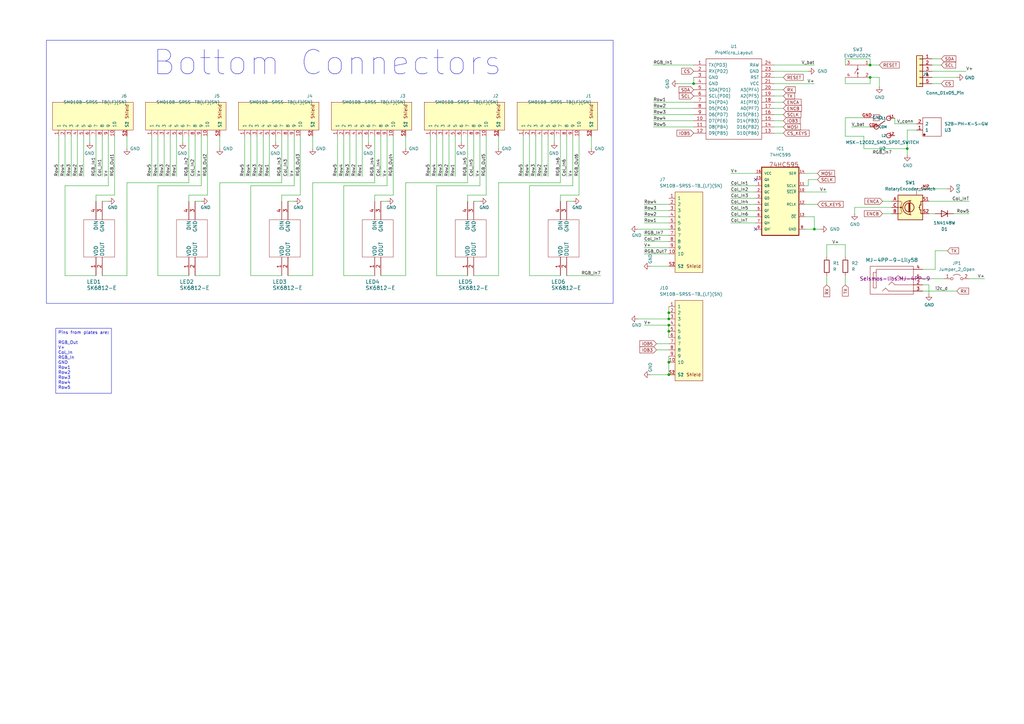
<source format=kicad_sch>
(kicad_sch (version 20231120) (generator "eeschema") (generator_version "8.0")
  (paper "A3")
  (lib_symbols
    (symbol "Diode:1N4148W" (pin_numbers hide) (pin_names hide)
      (property "Reference" "D" (at 0 2.54 0))
      (property "Value" "1N4148W" (at 0 -2.54 0))
      (symbol "1N4148W_0_1"
        (polyline (pts (xy -1.27 1.27) (xy -1.27 -1.27)) (stroke (width 0.254)))
        (polyline (pts (xy 1.27 0) (xy -1.27 0)))
        (polyline (pts (xy 1.27 1.27) (xy 1.27 -1.27) (xy -1.27 0) (xy 1.27 1.27)) (stroke (width 0.254)))
      )
      (symbol "1N4148W_1_1"
        (pin passive line (at -3.81 0 0) (length 2.54) (name "K") (number "1"))
        (pin passive line (at 3.81 0 180) (length 2.54) (name "A") (number "2"))
      )
    )
    (symbol "Seismos-sym:74HC595" (pin_names (offset 1.016))
      (property "Reference" "IC" (at -7.6325 -17.8092 0))
      (property "Value" "74HC595" (at 0 0 0))
      (symbol "74HC595_0_0"
        (rectangle (start -7.62 -15.24) (end 7.62 12.7) (stroke (width 0.381)) (fill (type background)))
        (text "74HC595" (at -7.6285 12.7142 0) (effects (font (size 1.78 1.78)) (justify left bottom)))
        (pin tri_state line (at 10.16 5.08 180) (length 2.54) (name "QB") (number "1"))
        (pin input line (at -10.16 2.54 0) (length 2.54) (name "~{SCLR}") (number "10"))
        (pin input line (at -10.16 5.08 0) (length 2.54) (name "SCLK") (number "11"))
        (pin input line (at -10.16 -2.54 0) (length 2.54) (name "RCLK") (number "12"))
        (pin input line (at -10.16 -7.62 0) (length 2.54) (name "~{OE}") (number "13"))
        (pin input line (at -10.16 10.16 0) (length 2.54) (name "SER") (number "14"))
        (pin tri_state line (at 10.16 7.62 180) (length 2.54) (name "QA") (number "15"))
        (pin power_in line (at 10.16 10.16 180) (length 2.54) (name "VCC") (number "16"))
        (pin tri_state line (at 10.16 2.54 180) (length 2.54) (name "QC") (number "2"))
        (pin tri_state line (at 10.16 0 180) (length 2.54) (name "QD") (number "3"))
        (pin tri_state line (at 10.16 -2.54 180) (length 2.54) (name "QE") (number "4"))
        (pin tri_state line (at 10.16 -5.08 180) (length 2.54) (name "QF") (number "5"))
        (pin tri_state line (at 10.16 -7.62 180) (length 2.54) (name "QG") (number "6"))
        (pin tri_state line (at 10.16 -10.16 180) (length 2.54) (name "QH") (number "7"))
        (pin power_in line (at -10.16 -12.7 0) (length 2.54) (name "GND") (number "8"))
        (pin tri_state line (at 10.16 -12.7 180) (length 2.54) (name "QH'") (number "9"))
      )
    )
    (symbol "Seismos-sym:Conn_01x05" (pin_names (offset 1.016) hide)
      (property "Reference" "J" (at 0 7.62 0))
      (property "Value" "Conn_01x05" (at 0 -7.62 0))
      (symbol "Conn_01x05_1_1"
        (rectangle (start -1.27 -4.953) (end 0 -5.207) (stroke (width 0.1524)))
        (rectangle (start -1.27 -2.413) (end 0 -2.667) (stroke (width 0.1524)))
        (rectangle (start -1.27 0.127) (end 0 -0.127) (stroke (width 0.1524)))
        (rectangle (start -1.27 2.667) (end 0 2.413) (stroke (width 0.1524)))
        (rectangle (start -1.27 5.207) (end 0 4.953) (stroke (width 0.1524)))
        (rectangle (start -1.27 6.35) (end 1.27 -6.35) (stroke (width 0.254)) (fill (type background)))
        (pin passive line (at -5.08 5.08 0) (length 3.81) (name "Pin_1") (number "1"))
        (pin passive line (at -5.08 2.54 0) (length 3.81) (name "Pin_2") (number "2"))
        (pin passive line (at -5.08 0 0) (length 3.81) (name "Pin_3") (number "3"))
        (pin passive line (at -5.08 -2.54 0) (length 3.81) (name "Pin_4") (number "4"))
        (pin passive line (at -5.08 -5.08 0) (length 3.81) (name "Pin_5") (number "5"))
      )
    )
    (symbol "Seismos-sym:EVQPUC02K" (pin_names (offset 1.016) hide)
      (property "Reference" "SW" (at 0 7.747 0))
      (property "Value" "EVQPUC02K" (at 0 12.827 0))
      (symbol "EVQPUC02K_1_1"
        (circle (center 0 -0.762) (radius 0.254) (stroke (width 0.1524)))
        (polyline (pts (xy -2.54 -2.54) (xy 2.54 -2.54)) (stroke (width 0.1524)))
        (polyline (pts (xy -2.54 2.54) (xy 2.54 2.54)) (stroke (width 0.1524)))
        (polyline (pts (xy -1.27 -1.016) (xy -0.254 0.762)) (stroke (width 0.1524)))
        (polyline (pts (xy 0 -2.54) (xy 0 -1.524)) (stroke (width 0.1524)))
        (polyline (pts (xy 0 -1.524) (xy 0 -0.762)) (stroke (width 0.1524)))
        (polyline (pts (xy 0 2.54) (xy 0 0.762)) (stroke (width 0.1524)))
        (circle (center 0 0.762) (radius 0.254) (stroke (width 0.1524)))
        (pin input line (at 5.08 2.54 180) (length 2.54) (name "1") (number "1"))
        (pin input line (at 5.08 -2.54 180) (length 2.54) (name "2") (number "2"))
        (pin input line (at -5.08 2.54 0) (length 2.54) (name "3") (number "3"))
        (pin input line (at -5.08 -2.54 0) (length 2.54) (name "4") (number "4"))
      )
    )
    (symbol "Seismos-sym:Jumper_2_Open" (pin_names (offset 0) hide)
      (property "Reference" "JP1" (at 0 6.35 0))
      (property "Value" "Jumper_2_Open" (at 0 3.81 0))
      (symbol "Jumper_2_Open_0_0"
        (circle (center -2.032 0) (radius 0.508))
        (circle (center 2.032 0) (radius 0.508))
      )
      (symbol "Jumper_2_Open_0_1"
        (arc (start 1.524 1.27) (mid 0 1.778) (end -1.524 1.27))
      )
      (symbol "Jumper_2_Open_1_1"
        (pin passive line (at -5.08 0 0) (length 2.54) (name "A") (number "1"))
        (pin passive line (at 5.08 0 180) (length 2.54) (name "B") (number "2"))
      )
    )
    (symbol "Seismos-sym:MJ-4PP-9-Lily58" (pin_names (offset 1.016))
      (property "Reference" "J" (at -8.89 -7.62 0))
      (property "Value" "MJ-4PP-9-Lily58" (at -3.81 6.35 0))
      (property "Footprint" "Seismos-libs:MJ-4PP-9" (at 0 0 0))
      (symbol "MJ-4PP-9-Lily58_0_1"
        (rectangle (start -7.62 2.54) (end -8.89 -3.81))
        (polyline (pts (xy 2.54 0) (xy 7.62 0)))
        (polyline (pts (xy -2.54 -5.08) (xy 7.62 -5.08) (xy 7.62 -5.08)))
        (polyline (pts (xy 0 -2.54) (xy -1.27 -1.27) (xy -2.54 -2.54)))
        (polyline (pts (xy 0 0) (xy 1.27 1.27) (xy 2.54 0)))
        (polyline (pts (xy 7.62 3.81) (xy -7.62 3.81) (xy -7.62 2.54)))
        (polyline (pts (xy -2.54 -5.08) (xy -3.81 -3.81) (xy -5.08 -5.08) (xy -5.08 -5.08)))
        (polyline (pts (xy 0 -2.54) (xy 7.62 -2.54) (xy 7.62 -2.54) (xy 7.62 -2.54)))
        (rectangle (start 7.62 -6.35) (end -10.16 5.08))
      )
      (symbol "MJ-4PP-9-Lily58_1_1"
        (pin passive line (at 11.43 0 180) (length 3.81) (name "~") (number "1"))
        (pin passive line (at 11.43 -2.54 180) (length 3.81) (name "~") (number "2"))
        (pin passive line (at 11.43 -5.08 180) (length 3.81) (name "~") (number "3"))
        (pin passive line (at 11.43 3.81 180) (length 3.81) (name "~") (number "4"))
      )
    )
    (symbol "Seismos-sym:MSK-12C02_SMD_SPDT_SWITCH" (pin_names (offset 1.016))
      (property "Reference" "U" (at -5.08 7.62 0))
      (property "Value" "MSK-12C02_SMD_SPDT_SWITCH" (at -5.08 -7.62 0))
      (symbol "MSK-12C02_SMD_SPDT_SWITCH_0_0"
        (circle (center -5.08 0) (radius 0.9158) (stroke (width 0.254)))
        (circle (center 0 -3.556) (radius 0.9158) (stroke (width 0.254)))
        (polyline (pts (xy -5.08 0) (xy -1.524 -2.54)) (stroke (width 0.254)))
        (circle (center 0 3.556) (radius 0.9158) (stroke (width 0.254)))
        (pin bidirectional line (at -7.62 0 0) (length 2.54) (name "COM") (number "COM"))
        (pin bidirectional line (at 2.54 -3.556 180) (length 2.54) (name "L1") (number "L1"))
        (pin bidirectional line (at 2.54 3.556 180) (length 2.54) (name "L2") (number "L2"))
      )
      (symbol "MSK-12C02_SMD_SPDT_SWITCH_0_1"
        (rectangle (start -6.35 -2.54) (end -3.81 -5.08))
        (polyline (pts (xy -7.62 -3.81) (xy -6.35 -3.81)))
      )
      (symbol "MSK-12C02_SMD_SPDT_SWITCH_1_1"
        (pin bidirectional line (at -10.16 -3.81 0) (length 2.54) (name "GND") (number "GND"))
      )
    )
    (symbol "Seismos-sym:ProMicro_2-Lily58" (pin_names (offset 1.016))
      (property "Reference" "U" (at 0 17.78 0))
      (property "Value" "ProMicro_2-Lily58" (at 0 -17.78 0))
      (symbol "ProMicro_2-Lily58_0_1"
        (rectangle (start -11.43 16.51) (end 11.43 -16.51))
      )
      (symbol "ProMicro_2-Lily58_1_1"
        (pin bidirectional line (at -16.51 13.97 0) (length 5.08) (name "TX(PD3)") (number "1"))
        (pin input line (at -16.51 -8.89 0) (length 5.08) (name "D7(PE6)") (number "10"))
        (pin input line (at -16.51 -11.43 0) (length 5.08) (name "D8(PB4)") (number "11"))
        (pin input line (at -16.51 -13.97 0) (length 5.08) (name "D9(PB5)") (number "12"))
        (pin input line (at 16.51 -13.97 180) (length 5.08) (name "D10(PB6)") (number "13"))
        (pin input line (at 16.51 -11.43 180) (length 5.08) (name "D16(PB2)") (number "14"))
        (pin input line (at 16.51 -8.89 180) (length 5.08) (name "D14(PB3)") (number "15"))
        (pin input line (at 16.51 -6.35 180) (length 5.08) (name "D15(PB1)") (number "16"))
        (pin input line (at 16.51 -3.81 180) (length 5.08) (name "A0(PF7)") (number "17"))
        (pin input line (at 16.51 -1.27 180) (length 5.08) (name "A1(PF6)") (number "18"))
        (pin input line (at 16.51 1.27 180) (length 5.08) (name "A2(PF5)") (number "19"))
        (pin input line (at -16.51 11.43 0) (length 5.08) (name "RX(PD2)") (number "2"))
        (pin input line (at 16.51 3.81 180) (length 5.08) (name "A3(PF4)") (number "20"))
        (pin input line (at 16.51 6.35 180) (length 5.08) (name "VCC") (number "21"))
        (pin input line (at 16.51 8.89 180) (length 5.08) (name "RST") (number "22"))
        (pin input line (at 16.51 11.43 180) (length 5.08) (name "GND") (number "23"))
        (pin input line (at 16.51 13.97 180) (length 5.08) (name "RAW") (number "24"))
        (pin input line (at -16.51 8.89 0) (length 5.08) (name "GND") (number "3"))
        (pin input line (at -16.51 6.35 0) (length 5.08) (name "GND") (number "4"))
        (pin input line (at -16.51 3.81 0) (length 5.08) (name "SDA(PD1)") (number "5"))
        (pin input line (at -16.51 1.27 0) (length 5.08) (name "SCL(PD0)") (number "6"))
        (pin input line (at -16.51 -1.27 0) (length 5.08) (name "D4(PD4)") (number "7"))
        (pin input line (at -16.51 -3.81 0) (length 5.08) (name "D5(PC6)") (number "8"))
        (pin input line (at -16.51 -6.35 0) (length 5.08) (name "D6(PD7)") (number "9"))
      )
    )
    (symbol "Seismos-sym:Resistor" (pin_numbers hide) (pin_names (offset 0))
      (property "Reference" "R" (at 2.032 0 90))
      (property "Value" "Resistor" (at 0 0 90))
      (symbol "Resistor_0_1"
        (rectangle (start -1.016 -2.54) (end 1.016 2.54) (stroke (width 0.254)))
      )
      (symbol "Resistor_1_1"
        (pin passive line (at 0 3.81 270) (length 1.27) (name "~") (number "1"))
        (pin passive line (at 0 -3.81 90) (length 1.27) (name "~") (number "2"))
      )
    )
    (symbol "Seismos-sym:RotaryEncoder_Switch" (pin_names (offset 0.254) hide)
      (property "Reference" "SW" (at 0 6.604 0))
      (property "Value" "RotaryEncoder_Switch" (at 0 -6.604 0))
      (symbol "RotaryEncoder_Switch_0_1"
        (rectangle (start -5.08 5.08) (end 5.08 -5.08) (stroke (width 0.254)) (fill (type background)))
        (circle (center -3.81 0) (radius 0.254) (fill (type outline)))
        (circle (center -0.381 0) (radius 1.905) (stroke (width 0.254)))
        (arc (start -0.381 2.667) (mid -3.0988 -0.0635) (end -0.381 -2.794) (stroke (width 0.254)))
        (polyline (pts (xy -0.635 -1.778) (xy -0.635 1.778)) (stroke (width 0.254)))
        (polyline (pts (xy -0.381 -1.778) (xy -0.381 1.778)) (stroke (width 0.254)))
        (polyline (pts (xy -0.127 1.778) (xy -0.127 -1.778)) (stroke (width 0.254)))
        (polyline (pts (xy 3.81 0) (xy 3.429 0)) (stroke (width 0.254)))
        (polyline (pts (xy 3.81 1.016) (xy 3.81 -1.016)) (stroke (width 0.254)))
        (polyline (pts (xy -5.08 -2.54) (xy -3.81 -2.54) (xy -3.81 -2.032)))
        (polyline (pts (xy -5.08 2.54) (xy -3.81 2.54) (xy -3.81 2.032)))
        (polyline (pts (xy 0.254 -3.048) (xy -0.508 -2.794) (xy 0.127 -2.413)) (stroke (width 0.254)))
        (polyline (pts (xy 0.254 2.921) (xy -0.508 2.667) (xy 0.127 2.286)) (stroke (width 0.254)))
        (polyline (pts (xy 5.08 -2.54) (xy 4.318 -2.54) (xy 4.318 -1.016)) (stroke (width 0.254)))
        (polyline (pts (xy 5.08 2.54) (xy 4.318 2.54) (xy 4.318 1.016)) (stroke (width 0.254)))
        (polyline (pts (xy 5.08 7.62) (xy 2.54 7.62) (xy 2.54 5.08)))
        (polyline (pts (xy -5.08 0) (xy -3.81 0) (xy -3.81 -1.016) (xy -3.302 -2.032)))
        (polyline (pts (xy -4.318 0) (xy -3.81 0) (xy -3.81 1.016) (xy -3.302 2.032)))
        (circle (center 4.318 -1.016) (radius 0.127) (stroke (width 0.254)))
        (circle (center 4.318 1.016) (radius 0.127) (stroke (width 0.254)))
      )
      (symbol "RotaryEncoder_Switch_1_1"
        (pin passive line (at -7.62 2.54 0) (length 2.54) (name "A") (number "A"))
        (pin passive line (at -7.62 -2.54 0) (length 2.54) (name "B") (number "B"))
        (pin passive line (at -7.62 0 0) (length 2.54) (name "C") (number "C"))
        (pin passive line (at 7.62 7.62 180) (length 2.54) (name "MP") (number "MP"))
        (pin passive line (at 7.62 2.54 180) (length 2.54) (name "S1") (number "S1"))
        (pin passive line (at 7.62 -2.54 180) (length 2.54) (name "S2") (number "S2"))
      )
    )
    (symbol "Seismos-sym:S2B-PH-K-S-GW" (pin_names (offset 1.016))
      (property "Reference" "U" (at 0 6.35 0))
      (property "Value" "S2B-PH-K-S-GW" (at 0 11.43 0))
      (symbol "S2B-PH-K-S-GW_1_1"
        (rectangle (start -2.54 3.81) (end 5.08 -3.81) (stroke (width 0.1524)))
        (circle (center -1.905 3.175) (radius 0.381) (stroke (width 0.1524)) (fill (type outline)))
        (pin input line (at -5.08 1.27 0) (length 2.54) (name "1") (number "1"))
        (pin input line (at -5.08 -1.27 0) (length 2.54) (name "2") (number "2"))
      )
    )
    (symbol "Seismos-sym:SK6812-E" (pin_names (offset 0.254))
      (property "Reference" "LED" (at 15.24 -10.16 0))
      (property "Value" "SK6812-E" (at 15.24 -12.7 0))
      (symbol "SK6812-E_1_1"
        (polyline (pts (xy 7.62 -7.62) (xy 22.86 -7.62)) (stroke (width 0.127)))
        (polyline (pts (xy 7.62 5.08) (xy 7.62 -7.62)) (stroke (width 0.127)))
        (polyline (pts (xy 22.86 -7.62) (xy 22.86 5.08)) (stroke (width 0.127)))
        (polyline (pts (xy 22.86 5.08) (xy 7.62 5.08)) (stroke (width 0.127)))
        (pin power_in line (at 0 0 0) (length 7.62) (name "VDD") (number "1"))
        (pin output line (at 0 -2.54 0) (length 7.62) (name "DOUT") (number "2"))
        (pin power_out line (at 30.48 -2.54 180) (length 7.62) (name "GND") (number "3"))
        (pin input line (at 30.48 0 180) (length 7.62) (name "DIN") (number "4"))
      )
    )
    (symbol "Seismos-sym:SM10B-SRSS-TB_(LF)(SN)" (pin_names (offset 1.016))
      (property "Reference" "CN" (at -9.4742 3.81 90))
      (property "Value" "SM10B-SRSS-TB_(LF)(SN)" (at 1.27 20.32 0))
      (symbol "SM10B-SRSS-TB_(LF)(SN)_1_1"
        (rectangle (start -3.81 17.78) (end 7.62 -15.24) (stroke (width 0.1524)) (fill (type background)))
        (text "Shield" (at 3.81 -12.7 0) (effects (font (size 1.27 1.27))))
        (pin input line (at -6.35 15.24 0) (length 2.54) (name "1") (number "1"))
        (pin input line (at -6.35 -7.62 0) (length 2.54) (name "10") (number "10"))
        (pin input line (at -6.35 12.7 0) (length 2.54) (name "2") (number "2"))
        (pin input line (at -6.35 10.16 0) (length 2.54) (name "3") (number "3"))
        (pin input line (at -6.35 7.62 0) (length 2.54) (name "4") (number "4"))
        (pin input line (at -6.35 5.08 0) (length 2.54) (name "5") (number "5"))
        (pin input line (at -6.35 2.54 0) (length 2.54) (name "6") (number "6"))
        (pin input line (at -6.35 0 0) (length 2.54) (name "7") (number "7"))
        (pin input line (at -6.35 -2.54 0) (length 2.54) (name "8") (number "8"))
        (pin input line (at -6.35 -5.08 0) (length 2.54) (name "9") (number "9"))
        (pin input line (at -6.35 -12.7 0) (length 2.54) (name "S1") (number "S1"))
        (pin input line (at -6.35 -12.7 0) (length 2.54) (name "S2") (number "S2"))
      )
    )
    (symbol "power:GND" (power) (pin_names (offset 0))
      (property "Value" "GND" (at 0 -3.81 0))
      (symbol "GND_0_1"
        (polyline (pts (xy 0 0) (xy 0 -1.27) (xy 1.27 -1.27) (xy 0 -2.54) (xy -1.27 -1.27) (xy 0 -1.27)))
      )
      (symbol "GND_1_1"
        (pin power_in line (at 0 0 270) (length 0) hide (name "GND") (number "1"))
      )
    )
  )
  (junction (at 334.01 93.98))
  (junction (at 274.32 133.35))
  (junction (at 274.32 130.81))
  (junction (at 284.48 34.29))
  (junction (at 274.32 153.67))
  (junction (at 274.32 128.27))
  (junction (at 356.87 31.75))
  (junction (at 274.32 135.89))
  (junction (at 356.87 26.67))
  (junction (at 274.32 148.59))
  (junction (at 372.11 60.96))
  (no_connect (at 309.88 73.66))
  (no_connect (at 309.88 93.98))
  (wire (pts (xy 41.91 82.55) (xy 44.45 82.55)))
  (wire (pts (xy 335.28 83.82) (xy 330.2 83.82)))
  (wire (pts (xy 179.07 76.2) (xy 179.07 113.03)))
  (wire (pts (xy 331.47 73.66) (xy 331.47 76.2)))
  (wire (pts (xy 24.13 55.88) (xy 24.13 72.39)))
  (wire (pts (xy 166.37 55.88) (xy 166.37 60.96)))
  (wire (pts (xy 269.24 143.51) (xy 274.32 143.51)))
  (wire (pts (xy 261.62 130.81) (xy 274.32 130.81)))
  (wire (pts (xy 299.72 86.36) (xy 309.88 86.36)))
  (wire (pts (xy 179.07 113.03) (xy 191.77 113.03)))
  (wire (pts (xy 267.97 46.99) (xy 284.48 46.99)))
  (wire (pts (xy 397.51 114.3) (xy 403.86 114.3)))
  (wire (pts (xy 237.49 80.01) (xy 229.87 80.01)))
  (wire (pts (xy 128.27 113.03) (xy 128.27 74.93)))
  (wire (pts (xy 153.67 55.88) (xy 153.67 74.93)))
  (wire (pts (xy 356.87 24.13) (xy 356.87 26.67)))
  (wire (pts (xy 69.85 55.88) (xy 69.85 72.39)))
  (wire (pts (xy 267.97 49.53) (xy 284.48 49.53)))
  (wire (pts (xy 375.92 53.34) (xy 372.11 53.34)))
  (wire (pts (xy 140.97 113.03) (xy 153.67 113.03)))
  (wire (pts (xy 264.16 88.9) (xy 274.32 88.9)))
  (wire (pts (xy 372.11 63.5) (xy 372.11 60.96)))
  (wire (pts (xy 321.31 46.99) (xy 317.5 46.99)))
  (wire (pts (xy 321.31 54.61) (xy 317.5 54.61)))
  (wire (pts (xy 100.33 55.88) (xy 100.33 72.39)))
  (wire (pts (xy 346.71 48.26) (xy 354.33 48.26)))
  (wire (pts (xy 118.11 113.03) (xy 128.27 113.03)))
  (wire (pts (xy 64.77 113.03) (xy 77.47 113.03)))
  (wire (pts (xy 382.27 26.67) (xy 386.08 26.67)))
  (wire (pts (xy 191.77 80.01) (xy 191.77 82.55)))
  (wire (pts (xy 299.72 76.2) (xy 309.88 76.2)))
  (wire (pts (xy 115.57 80.01) (xy 115.57 82.55)))
  (wire (pts (xy 232.41 55.88) (xy 232.41 72.39)))
  (wire (pts (xy 267.97 44.45) (xy 284.48 44.45)))
  (wire (pts (xy 317.5 29.21) (xy 331.47 29.21)))
  (wire (pts (xy 267.97 41.91) (xy 284.48 41.91)))
  (wire (pts (xy 383.54 102.87) (xy 388.62 102.87)))
  (wire (pts (xy 378.46 114.3) (xy 387.35 114.3)))
  (wire (pts (xy 204.47 74.93) (xy 229.87 74.93)))
  (wire (pts (xy 85.09 55.88) (xy 85.09 80.01)))
  (wire (pts (xy 153.67 80.01) (xy 153.67 82.55)))
  (wire (pts (xy 189.23 55.88) (xy 189.23 58.42)))
  (wire (pts (xy 299.72 88.9) (xy 309.88 88.9)))
  (wire (pts (xy 41.91 113.03) (xy 52.07 113.03)))
  (wire (pts (xy 264.16 83.82) (xy 274.32 83.82)))
  (wire (pts (xy 350.52 85.09) (xy 350.52 87.63)))
  (wire (pts (xy 383.54 110.49) (xy 378.46 110.49)))
  (wire (pts (xy 317.5 26.67) (xy 334.01 26.67)))
  (wire (pts (xy 346.71 113.03) (xy 346.71 116.84)))
  (wire (pts (xy 156.21 113.03) (xy 166.37 113.03)))
  (wire (pts (xy 151.13 55.88) (xy 151.13 58.42)))
  (wire (pts (xy 372.11 53.34) (xy 372.11 60.96)))
  (wire (pts (xy 80.01 55.88) (xy 80.01 72.39)))
  (wire (pts (xy 181.61 55.88) (xy 181.61 72.39)))
  (wire (pts (xy 360.68 35.56) (xy 360.68 31.75)))
  (wire (pts (xy 339.09 100.33) (xy 339.09 105.41)))
  (wire (pts (xy 299.72 81.28) (xy 309.88 81.28)))
  (wire (pts (xy 224.79 55.88) (xy 224.79 72.39)))
  (wire (pts (xy 52.07 74.93) (xy 77.47 74.93)))
  (wire (pts (xy 346.71 31.75) (xy 346.71 34.29)))
  (wire (pts (xy 34.29 55.88) (xy 34.29 72.39)))
  (wire (pts (xy 156.21 55.88) (xy 156.21 72.39)))
  (wire (pts (xy 82.55 55.88) (xy 82.55 76.2)))
  (wire (pts (xy 232.41 113.03) (xy 246.38 113.03)))
  (wire (pts (xy 237.49 55.88) (xy 237.49 80.01)))
  (wire (pts (xy 74.93 55.88) (xy 74.93 58.42)))
  (wire (pts (xy 90.17 74.93) (xy 115.57 74.93)))
  (wire (pts (xy 361.95 82.55) (xy 365.76 82.55)))
  (wire (pts (xy 123.19 80.01) (xy 115.57 80.01)))
  (wire (pts (xy 176.53 55.88) (xy 176.53 72.39)))
  (wire (pts (xy 232.41 82.55) (xy 234.95 82.55)))
  (wire (pts (xy 264.16 96.52) (xy 274.32 96.52)))
  (wire (pts (xy 64.77 55.88) (xy 64.77 72.39)))
  (wire (pts (xy 214.63 55.88) (xy 214.63 72.39)))
  (wire (pts (xy 39.37 80.01) (xy 39.37 82.55)))
  (wire (pts (xy 146.05 55.88) (xy 146.05 72.39)))
  (wire (pts (xy 264.16 133.35) (xy 274.32 133.35)))
  (wire (pts (xy 143.51 55.88) (xy 143.51 72.39)))
  (wire (pts (xy 113.03 55.88) (xy 113.03 58.42)))
  (wire (pts (xy 264.16 104.14) (xy 274.32 104.14)))
  (wire (pts (xy 80.01 113.03) (xy 90.17 113.03)))
  (wire (pts (xy 44.45 55.88) (xy 44.45 76.2)))
  (wire (pts (xy 234.95 55.88) (xy 234.95 76.2)))
  (wire (pts (xy 64.77 76.2) (xy 64.77 113.03)))
  (wire (pts (xy 123.19 55.88) (xy 123.19 80.01)))
  (wire (pts (xy 264.16 101.6) (xy 274.32 101.6)))
  (wire (pts (xy 346.71 24.13) (xy 356.87 24.13)))
  (wire (pts (xy 158.75 76.2) (xy 140.97 76.2)))
  (wire (pts (xy 346.71 100.33) (xy 346.71 105.41)))
  (wire (pts (xy 321.31 44.45) (xy 317.5 44.45)))
  (wire (pts (xy 102.87 55.88) (xy 102.87 72.39)))
  (wire (pts (xy 105.41 55.88) (xy 105.41 72.39)))
  (wire (pts (xy 242.57 55.88) (xy 242.57 60.96)))
  (wire (pts (xy 227.33 55.88) (xy 227.33 58.42)))
  (wire (pts (xy 335.28 73.66) (xy 331.47 73.66)))
  (wire (pts (xy 118.11 82.55) (xy 120.65 82.55)))
  (wire (pts (xy 267.97 52.07) (xy 284.48 52.07)))
  (wire (pts (xy 264.16 91.44) (xy 274.32 91.44)))
  (wire (pts (xy 72.39 55.88) (xy 72.39 72.39)))
  (wire (pts (xy 381 87.63) (xy 383.54 87.63)))
  (wire (pts (xy 334.01 88.9) (xy 330.2 88.9)))
  (wire (pts (xy 90.17 113.03) (xy 90.17 74.93)))
  (wire (pts (xy 356.87 34.29) (xy 356.87 31.75)))
  (wire (pts (xy 120.65 76.2) (xy 102.87 76.2)))
  (wire (pts (xy 267.97 26.67) (xy 284.48 26.67)))
  (wire (pts (xy 382.27 31.75) (xy 392.43 31.75)))
  (wire (pts (xy 199.39 80.01) (xy 191.77 80.01)))
  (wire (pts (xy 191.77 55.88) (xy 191.77 74.93)))
  (wire (pts (xy 194.31 55.88) (xy 194.31 72.39)))
  (wire (pts (xy 274.32 148.59) (xy 274.32 153.67)))
  (wire (pts (xy 284.48 31.75) (xy 284.48 34.29)))
  (wire (pts (xy 217.17 113.03) (xy 229.87 113.03)))
  (wire (pts (xy 266.7 153.67) (xy 274.32 153.67)))
  (wire (pts (xy 107.95 55.88) (xy 107.95 72.39)))
  (wire (pts (xy 140.97 76.2) (xy 140.97 113.03)))
  (wire (pts (xy 222.25 55.88) (xy 222.25 72.39)))
  (wire (pts (xy 77.47 55.88) (xy 77.47 74.93)))
  (wire (pts (xy 334.01 93.98) (xy 334.01 88.9)))
  (wire (pts (xy 321.31 52.07) (xy 317.5 52.07)))
  (wire (pts (xy 102.87 76.2) (xy 102.87 113.03)))
  (wire (pts (xy 44.45 76.2) (xy 26.67 76.2)))
  (wire (pts (xy 367.03 50.8) (xy 375.92 50.8)))
  (wire (pts (xy 62.23 55.88) (xy 62.23 72.39)))
  (wire (pts (xy 196.85 76.2) (xy 179.07 76.2)))
  (wire (pts (xy 391.16 87.63) (xy 397.51 87.63)))
  (wire (pts (xy 299.72 71.12) (xy 309.88 71.12)))
  (wire (pts (xy 52.07 55.88) (xy 52.07 60.96)))
  (wire (pts (xy 234.95 76.2) (xy 217.17 76.2)))
  (wire (pts (xy 161.29 55.88) (xy 161.29 80.01)))
  (wire (pts (xy 274.32 125.73) (xy 274.32 128.27)))
  (wire (pts (xy 138.43 55.88) (xy 138.43 72.39)))
  (wire (pts (xy 284.48 34.29) (xy 278.13 34.29)))
  (wire (pts (xy 381 82.55) (xy 397.51 82.55)))
  (wire (pts (xy 229.87 55.88) (xy 229.87 74.93)))
  (wire (pts (xy 274.32 128.27) (xy 274.32 130.81)))
  (wire (pts (xy 46.99 55.88) (xy 46.99 80.01)))
  (wire (pts (xy 219.71 55.88) (xy 219.71 72.39)))
  (wire (pts (xy 229.87 80.01) (xy 229.87 82.55)))
  (wire (pts (xy 269.24 140.97) (xy 274.32 140.97)))
  (wire (pts (xy 346.71 26.67) (xy 346.71 24.13)))
  (wire (pts (xy 330.2 78.74) (xy 339.09 78.74)))
  (wire (pts (xy 331.47 76.2) (xy 330.2 76.2)))
  (wire (pts (xy 204.47 55.88) (xy 204.47 60.96)))
  (wire (pts (xy 82.55 76.2) (xy 64.77 76.2)))
  (wire (pts (xy 52.07 113.03) (xy 52.07 74.93)))
  (wire (pts (xy 158.75 55.88) (xy 158.75 76.2)))
  (wire (pts (xy 166.37 74.93) (xy 191.77 74.93)))
  (wire (pts (xy 339.09 113.03) (xy 339.09 116.84)))
  (wire (pts (xy 29.21 55.88) (xy 29.21 72.39)))
  (wire (pts (xy 120.65 55.88) (xy 120.65 76.2)))
  (wire (pts (xy 378.46 116.84) (xy 381 116.84)))
  (wire (pts (xy 118.11 55.88) (xy 118.11 72.39)))
  (wire (pts (xy 354.33 60.96) (xy 372.11 60.96)))
  (wire (pts (xy 67.31 55.88) (xy 67.31 72.39)))
  (wire (pts (xy 26.67 76.2) (xy 26.67 113.03)))
  (wire (pts (xy 196.85 55.88) (xy 196.85 76.2)))
  (wire (pts (xy 266.7 109.22) (xy 274.32 109.22)))
  (wire (pts (xy 110.49 55.88) (xy 110.49 72.39)))
  (wire (pts (xy 378.46 119.38) (xy 392.43 119.38)))
  (wire (pts (xy 381 77.47) (xy 388.62 77.47)))
  (wire (pts (xy 31.75 55.88) (xy 31.75 72.39)))
  (wire (pts (xy 356.87 26.67) (xy 360.68 26.67)))
  (wire (pts (xy 383.54 102.87) (xy 383.54 110.49)))
  (wire (pts (xy 354.33 55.88) (xy 346.71 55.88)))
  (wire (pts (xy 186.69 55.88) (xy 186.69 72.39)))
  (wire (pts (xy 179.07 55.88) (xy 179.07 72.39)))
  (wire (pts (xy 166.37 113.03) (xy 166.37 74.93)))
  (wire (pts (xy 217.17 76.2) (xy 217.17 113.03)))
  (wire (pts (xy 204.47 113.03) (xy 204.47 74.93)))
  (wire (pts (xy 299.72 78.74) (xy 309.88 78.74)))
  (wire (pts (xy 274.32 146.05) (xy 274.32 148.59)))
  (wire (pts (xy 349.25 52.07) (xy 356.87 52.07)))
  (wire (pts (xy 194.31 113.03) (xy 204.47 113.03)))
  (wire (pts (xy 264.16 86.36) (xy 274.32 86.36)))
  (wire (pts (xy 128.27 74.93) (xy 153.67 74.93)))
  (wire (pts (xy 299.72 83.82) (xy 309.88 83.82)))
  (wire (pts (xy 336.55 93.98) (xy 334.01 93.98)))
  (wire (pts (xy 330.2 93.98) (xy 334.01 93.98)))
  (wire (pts (xy 317.5 34.29) (xy 334.01 34.29)))
  (wire (pts (xy 264.16 99.06) (xy 274.32 99.06)))
  (wire (pts (xy 90.17 55.88) (xy 90.17 60.96)))
  (wire (pts (xy 299.72 91.44) (xy 309.88 91.44)))
  (wire (pts (xy 80.01 82.55) (xy 82.55 82.55)))
  (wire (pts (xy 85.09 80.01) (xy 77.47 80.01)))
  (wire (pts (xy 367.03 50.8) (xy 367.03 48.514)))
  (wire (pts (xy 365.76 85.09) (xy 350.52 85.09)))
  (wire (pts (xy 115.57 55.88) (xy 115.57 74.93)))
  (wire (pts (xy 199.39 55.88) (xy 199.39 80.01)))
  (wire (pts (xy 335.28 71.12) (xy 330.2 71.12)))
  (wire (pts (xy 184.15 55.88) (xy 184.15 72.39)))
  (wire (pts (xy 128.27 55.88) (xy 128.27 60.96)))
  (wire (pts (xy 382.27 24.13) (xy 386.08 24.13)))
  (wire (pts (xy 26.67 113.03) (xy 39.37 113.03)))
  (wire (pts (xy 346.71 55.88) (xy 346.71 48.26)))
  (wire (pts (xy 261.62 93.98) (xy 274.32 93.98)))
  (wire (pts (xy 194.31 82.55) (xy 196.85 82.55)))
  (wire (pts (xy 41.91 55.88) (xy 41.91 72.39)))
  (wire (pts (xy 321.31 31.75) (xy 317.5 31.75)))
  (wire (pts (xy 360.68 31.75) (xy 356.87 31.75)))
  (wire (pts (xy 140.97 55.88) (xy 140.97 72.39)))
  (wire (pts (xy 217.17 55.88) (xy 217.17 72.39)))
  (wire (pts (xy 39.37 55.88) (xy 39.37 72.39)))
  (wire (pts (xy 77.47 80.01) (xy 77.47 82.55)))
  (wire (pts (xy 361.95 87.63) (xy 365.76 87.63)))
  (wire (pts (xy 317.5 39.37) (xy 321.31 39.37)))
  (wire (pts (xy 26.67 55.88) (xy 26.67 72.39)))
  (wire (pts (xy 382.27 29.21) (xy 396.24 29.21)))
  (wire (pts (xy 354.33 55.88) (xy 354.33 60.96)))
  (wire (pts (xy 274.32 135.89) (xy 274.32 138.43)))
  (wire (pts (xy 102.87 113.03) (xy 115.57 113.03)))
  (wire (pts (xy 156.21 82.55) (xy 158.75 82.55)))
  (wire (pts (xy 321.31 49.53) (xy 317.5 49.53)))
  (wire (pts (xy 36.83 55.88) (xy 36.83 58.42)))
  (wire (pts (xy 382.27 34.29) (xy 386.08 34.29)))
  (wire (pts (xy 321.31 41.91) (xy 317.5 41.91)))
  (wire (pts (xy 381 116.84) (xy 381 120.65)))
  (wire (pts (xy 46.99 80.01) (xy 39.37 80.01)))
  (wire (pts (xy 317.5 36.83) (xy 321.31 36.83)))
  (wire (pts (xy 346.71 34.29) (xy 356.87 34.29)))
  (wire (pts (xy 161.29 80.01) (xy 153.67 80.01)))
  (wire (pts (xy 148.59 55.88) (xy 148.59 72.39)))
  (wire (pts (xy 274.32 133.35) (xy 274.32 135.89)))
  (wire (pts (xy 339.09 100.33) (xy 346.71 100.33)))
  (rectangle (start 19.05 16.51) (end 251.46 124.46))
  (text_box "Pins from plates are:\n\nRGB_Out\nV+\nCol_In\nRGB_In\nGND\nRow1\nRow2\nRow3\nRow4\nRow5" (at 22.86 134.62 0) (size 22.86 26.67) (effects (font (size 1.27 1.27)) (justify left top)))
  (text "Bottom Connectors" (at 62.23 31.75 0) (effects (font (size 10 10)) (justify left bottom)))
  (label "Row1" (at 186.69 72.39 90))
  (label "Col_In3" (at 299.72 81.28 0))
  (label "Col_In4" (at 156.21 72.39 90))
  (label "RGB_In7" (at 365.76 63.5 180))
  (label "RGB_Out1" (at 46.99 72.39 90))
  (label "Row2" (at 222.25 72.39 90))
  (label "Col_In6" (at 299.72 88.9 0))
  (label "Row1" (at 110.49 72.39 90))
  (label "Row1" (at 34.29 72.39 90))
  (label "Row2" (at 264.16 88.9 0))
  (label "RGB_In1" (at 39.37 72.39 90))
  (label "Row5" (at 100.33 72.39 90))
  (label "Row2" (at 31.75 72.39 90))
  (label "Row3" (at 105.41 72.39 90))
  (label "Row2" (at 107.95 72.39 90))
  (label "V+" (at 82.55 72.39 90))
  (label "V_bat" (at 334.01 26.67 180))
  (label "V+" (at 344.17 100.33 180))
  (label "Col_In1" (at 41.91 72.39 90))
  (label "Row1" (at 267.97 41.91 0))
  (label "Row4" (at 64.77 72.39 90))
  (label "Row5" (at 176.53 72.39 90))
  (label "Col_InT" (at 397.51 82.55 180))
  (label "Row4" (at 217.17 72.39 90))
  (label "Row3" (at 267.97 46.99 0))
  (label "V_bat" (at 349.25 52.07 0))
  (label "Col_In1" (at 299.72 76.2 0))
  (label "RGB_Out7" (at 264.16 104.14 0))
  (label "Row5" (at 24.13 72.39 90))
  (label "Col_In3" (at 118.11 72.39 90))
  (label "Row3" (at 219.71 72.39 90))
  (label "Row3" (at 181.61 72.39 90))
  (label "Row5" (at 267.97 52.07 0))
  (label "RGB_Out3" (at 123.19 72.39 90))
  (label "Row4" (at 267.97 49.53 0))
  (label "Row4" (at 26.67 72.39 90))
  (label "V+" (at 264.16 133.35 0))
  (label "Row3" (at 67.31 72.39 90))
  (label "Col_InT" (at 299.72 91.44 0))
  (label "RGB_Out5" (at 199.39 72.39 90))
  (label "RGB_In6" (at 229.87 72.39 90))
  (label "V+" (at 44.45 72.39 90))
  (label "RGB_In4" (at 153.67 72.39 90))
  (label "Row1" (at 224.79 72.39 90))
  (label "V+" (at 158.75 72.39 90))
  (label "RGB_In5" (at 191.77 72.39 90))
  (label "V+" (at 403.86 114.3 180))
  (label "Col_In6" (at 232.41 72.39 90))
  (label "V+" (at 234.95 72.39 90))
  (label "Row1" (at 148.59 72.39 90))
  (label "V+" (at 120.65 72.39 90))
  (label "RGB_In2" (at 77.47 72.39 90))
  (label "Row4" (at 140.97 72.39 90))
  (label "V+" (at 334.01 34.29 180))
  (label "RGB_Out2" (at 85.09 72.39 90))
  (label "RGB_Out4" (at 161.29 72.39 90))
  (label "Row1" (at 72.39 72.39 90))
  (label "V_conn" (at 374.65 50.8 180))
  (label "Row5" (at 397.51 87.63 180))
  (label "V+" (at 396.24 29.21 0))
  (label "Row4" (at 179.07 72.39 90))
  (label "RGB_Out6" (at 237.49 72.39 90))
  (label "Row5" (at 62.23 72.39 90))
  (label "Row3" (at 264.16 86.36 0))
  (label "i2c_d" (at 383.54 119.38 0))
  (label "Row2" (at 267.97 44.45 0))
  (label "V+" (at 339.09 78.74 180))
  (label "V+" (at 196.85 72.39 90))
  (label "Col_In4" (at 299.72 83.82 0))
  (label "Col_In2" (at 80.01 72.39 90))
  (label "RGB_In1" (at 267.97 26.67 0))
  (label "Row3" (at 143.51 72.39 90))
  (label "Row3" (at 29.21 72.39 90))
  (label "Row1" (at 264.16 91.44 0))
  (label "Row2" (at 69.85 72.39 90))
  (label "V+" (at 299.72 71.12 0))
  (label "Col_In5" (at 194.31 72.39 90))
  (label "Row4" (at 102.87 72.39 90))
  (label "V+" (at 264.16 101.6 0))
  (label "Row5" (at 214.63 72.39 90))
  (label "Row5" (at 138.43 72.39 90))
  (label "RGB_In7" (at 246.38 113.03 180))
  (label "Col_InT" (at 264.16 99.06 0))
  (label "RGB_In7" (at 264.16 96.52 0))
  (label "Row2" (at 146.05 72.39 90))
  (label "Col_In5" (at 299.72 86.36 0))
  (label "Col_In2" (at 299.72 78.74 0))
  (label "Row2" (at 184.15 72.39 90))
  (label "Row4" (at 264.16 83.82 0))
  (label "RGB_In3" (at 115.57 72.39 90))
  (global_label "SDA" (shape input) (at 284.48 36.83 180) (property "Intersheetrefs" "${INTERSHEET_REFS}" (effects (hide yes))))
  (global_label "MOSI" (shape input) (at 321.31 52.07 0) (property "Intersheetrefs" "${INTERSHEET_REFS}" (effects (hide yes))))
  (global_label "TX" (shape input) (at 321.31 39.37 0) (property "Intersheetrefs" "${INTERSHEET_REFS}" (effects (hide yes))))
  (global_label "SDA" (shape input) (at 386.08 24.13 0) (property "Intersheetrefs" "${INTERSHEET_REFS}" (effects (hide yes))))
  (global_label "IOB3" (shape input) (at 321.31 49.53 0) (property "Intersheetrefs" "${INTERSHEET_REFS}" (effects (hide yes))))
  (global_label "TX" (shape input) (at 388.62 102.87 0) (property "Intersheetrefs" "${INTERSHEET_REFS}" (effects (hide yes))))
  (global_label "SCL" (shape input) (at 284.48 39.37 180) (property "Intersheetrefs" "${INTERSHEET_REFS}" (effects (hide yes))))
  (global_label "ENCB" (shape input) (at 321.31 44.45 0) (property "Intersheetrefs" "${INTERSHEET_REFS}" (effects (hide yes))))
  (global_label "TX" (shape input) (at 346.71 116.84 270) (property "Intersheetrefs" "${INTERSHEET_REFS}" (effects (hide yes))))
  (global_label "RX" (shape input) (at 339.09 116.84 270) (property "Intersheetrefs" "${INTERSHEET_REFS}" (effects (hide yes))))
  (global_label "CS_KEYS" (shape input) (at 335.28 83.82 0) (property "Intersheetrefs" "${INTERSHEET_REFS}" (effects (hide yes))))
  (global_label "ENCA" (shape input) (at 321.31 41.91 0) (property "Intersheetrefs" "${INTERSHEET_REFS}" (effects (hide yes))))
  (global_label "RESET" (shape input) (at 360.68 26.67 0) (property "Intersheetrefs" "${INTERSHEET_REFS}" (effects (hide yes))))
  (global_label "ENCB" (shape input) (at 361.95 87.63 180) (property "Intersheetrefs" "${INTERSHEET_REFS}" (effects (hide yes))))
  (global_label "MOSI" (shape input) (at 335.28 71.12 0) (property "Intersheetrefs" "${INTERSHEET_REFS}" (effects (hide yes))))
  (global_label "RESET" (shape input) (at 321.31 31.75 0) (property "Intersheetrefs" "${INTERSHEET_REFS}" (effects (hide yes))))
  (global_label "IOB3" (shape input) (at 269.24 143.51 180) (property "Intersheetrefs" "${INTERSHEET_REFS}" (effects (hide yes))))
  (global_label "ENCA" (shape input) (at 361.95 82.55 180) (property "Intersheetrefs" "${INTERSHEET_REFS}" (effects (hide yes))))
  (global_label "SCL" (shape input) (at 386.08 26.67 0) (property "Intersheetrefs" "${INTERSHEET_REFS}" (effects (hide yes))))
  (global_label "CS_KEYS" (shape input) (at 321.31 54.61 0) (property "Intersheetrefs" "${INTERSHEET_REFS}" (effects (hide yes))))
  (global_label "IOB5" (shape input) (at 269.24 140.97 180) (property "Intersheetrefs" "${INTERSHEET_REFS}" (effects (hide yes))))
  (global_label "CS" (shape input) (at 284.48 29.21 180) (property "Intersheetrefs" "${INTERSHEET_REFS}" (effects (hide yes))))
  (global_label "SCLK" (shape input) (at 321.31 46.99 0) (property "Intersheetrefs" "${INTERSHEET_REFS}" (effects (hide yes))))
  (global_label "IOB5" (shape input) (at 284.48 54.61 180) (property "Intersheetrefs" "${INTERSHEET_REFS}" (effects (hide yes))))
  (global_label "SCLK" (shape input) (at 335.28 73.66 0) (property "Intersheetrefs" "${INTERSHEET_REFS}" (effects (hide yes))))
  (global_label "RX" (shape input) (at 392.43 119.38 0) (property "Intersheetrefs" "${INTERSHEET_REFS}" (effects (hide yes))))
  (global_label "RX" (shape input) (at 321.31 36.83 0) (property "Intersheetrefs" "${INTERSHEET_REFS}" (effects (hide yes))))
  (global_label "CS" (shape input) (at 386.08 34.29 0) (property "Intersheetrefs" "${INTERSHEET_REFS}" (effects (hide yes))))
  (symbol (lib_id "Seismos-sym:SM10B-SRSS-TB_(LF)(SN)") (at 229.87 49.53 90) (unit 1)
    (property "Reference" "J1" (at 242.57 39.37 90) (effects (justify left)))
    (property "Value" "SM010B-SRSS-TB(LF)(SN)" (at 242.57 41.91 90) (effects (justify left)))
    (property "Footprint" "Seismos-libs:CONN-SMD_10P-P1.00_SM10B-SRSS-TB-LF-SN" (effects (hide yes)))
    (property "Datasheet" "http://www.szlcsc.com/product/details_171789.html" (effects (hide yes)))
    (property "PARTREV" "1.0" (effects (hide yes)))
    (property "MANUFACTURER" "Manufacturer_name" (effects (hide yes)))
    (property "STANDARD" "Manufacturer Recommendations" (effects (hide yes)))
    (property "SuppliersPartNumber" "C160409" (effects (hide yes)))
    (property "uuid" "std:5e45a64e8ce7478d8accd2bac4409ba5" (effects (hide yes)))
  )
  (symbol (lib_id "power:GND") (at 36.83 58.42 0) (mirror y) (unit 1)
    (property "Reference" "#PWR012" (effects (hide yes)))
    (property "Value" "GND" (at 38.735 62.865 0) (effects (justify left)))
  )
  (symbol (lib_id "power:GND") (at 52.07 60.96 0) (unit 1)
    (property "Reference" "#PWR02" (effects (hide yes)))
    (property "Value" "GND" (at 53.34 60.96 0) (effects (justify left)))
  )
  (symbol (lib_id "Seismos-sym:RotaryEncoder_Switch") (at 373.38 85.09 0) (unit 1)
    (property "Reference" "SW1" (at 373.38 74.93 0))
    (property "Value" "RotaryEncoder_Switch" (at 373.38 77.47 0))
    (property "Footprint" "Seismos-libs:RotaryEncoder_Alps_EC11E-Switch_Vertical_H20mm-keebio_modified" (effects (hide yes)))
  )
  (symbol (lib_id "power:GND") (at 242.57 60.96 0) (unit 1)
    (property "Reference" "#PWR028" (effects (hide yes)))
    (property "Value" "GND" (at 243.84 60.96 0) (effects (justify left)))
  )
  (symbol (lib_id "power:GND") (at 381 120.65 0) (unit 1)
    (property "Reference" "#PWR019" (effects (hide yes)))
    (property "Value" "GND" (at 381.127 125.0442 0))
  )
  (symbol (lib_id "power:GND") (at 44.45 82.55 90) (unit 1)
    (property "Reference" "#PWR021" (effects (hide yes)))
    (property "Value" "GND" (at 48.26 85.09 90) (effects (justify left)))
  )
  (symbol (lib_id "Seismos-sym:SK6812-E") (at 77.47 113.03 90) (unit 1)
    (property "Reference" "LED2" (at 73.66 115.57 90) (effects (font (size 1.524 1.524)) (justify right)))
    (property "Value" "SK6812-E" (at 73.66 118.11 90) (effects (font (size 1.524 1.524)) (justify right)))
    (property "Footprint" "Seismos-libs:SK6812-E" (effects (hide yes)))
  )
  (symbol (lib_id "Seismos-sym:ProMicro_2-Lily58") (at 300.99 40.64 0) (unit 1)
    (property "Reference" "U1" (at 300.99 19.05 0))
    (property "Value" "ProMicro_Layout" (at 300.99 21.59 0))
    (property "Footprint" "Seismos-libs:keebRev-onesided_ProMicro" (effects (hide yes)))
  )
  (symbol (lib_id "Seismos-sym:EVQPUC02K") (at 351.79 29.21 0) (unit 1)
    (property "Reference" "SW3" (at 351.79 20.32 0))
    (property "Value" "EVQPUC02K" (at 351.79 22.86 0))
    (property "Footprint" "Seismos-libs:SW-SMD_EVQPUD02K" (effects (hide yes)))
    (property "Datasheet" "http://www.szlcsc.com/product/details_80311.html" (effects (hide yes)))
    (property "SuppliersPartNumber" "C79174" (effects (hide yes)))
    (property "uuid" "std:89571b53ad64408584c96bcda364818c" (effects (hide yes)))
  )
  (symbol (lib_id "Seismos-sym:SK6812-E") (at 191.77 113.03 90) (unit 1)
    (property "Reference" "LED5" (at 187.96 115.57 90) (effects (font (size 1.524 1.524)) (justify right)))
    (property "Value" "SK6812-E" (at 187.96 118.11 90) (effects (font (size 1.524 1.524)) (justify right)))
    (property "Footprint" "Seismos-libs:SK6812-E" (effects (hide yes)))
  )
  (symbol (lib_id "Seismos-sym:SM10B-SRSS-TB_(LF)(SN)") (at 191.77 49.53 90) (unit 1)
    (property "Reference" "J2" (at 204.47 39.37 90) (effects (justify left)))
    (property "Value" "SM010B-SRSS-TB(LF)(SN)" (at 204.47 41.91 90) (effects (justify left)))
    (property "Footprint" "Seismos-libs:CONN-SMD_10P-P1.00_SM10B-SRSS-TB-LF-SN" (effects (hide yes)))
    (property "Datasheet" "http://www.szlcsc.com/product/details_171789.html" (effects (hide yes)))
    (property "PARTREV" "1.0" (effects (hide yes)))
    (property "MANUFACTURER" "Manufacturer_name" (effects (hide yes)))
    (property "STANDARD" "Manufacturer Recommendations" (effects (hide yes)))
    (property "SuppliersPartNumber" "C160409" (effects (hide yes)))
    (property "uuid" "std:5e45a64e8ce7478d8accd2bac4409ba5" (effects (hide yes)))
  )
  (symbol (lib_id "power:GND") (at 74.93 58.42 0) (mirror y) (unit 1)
    (property "Reference" "#PWR01" (effects (hide yes)))
    (property "Value" "GND" (at 76.835 62.865 0) (effects (justify left)))
  )
  (symbol (lib_id "Seismos-sym:SM10B-SRSS-TB_(LF)(SN)") (at 115.57 49.53 90) (unit 1)
    (property "Reference" "J4" (at 128.27 39.37 90) (effects (justify left)))
    (property "Value" "SM010B-SRSS-TB(LF)(SN)" (at 128.27 41.91 90) (effects (justify left)))
    (property "Footprint" "Seismos-libs:CONN-SMD_10P-P1.00_SM10B-SRSS-TB-LF-SN" (effects (hide yes)))
    (property "Datasheet" "http://www.szlcsc.com/product/details_171789.html" (effects (hide yes)))
    (property "PARTREV" "1.0" (effects (hide yes)))
    (property "MANUFACTURER" "Manufacturer_name" (effects (hide yes)))
    (property "STANDARD" "Manufacturer Recommendations" (effects (hide yes)))
    (property "SuppliersPartNumber" "C160409" (effects (hide yes)))
    (property "uuid" "std:5e45a64e8ce7478d8accd2bac4409ba5" (effects (hide yes)))
  )
  (symbol (lib_id "Seismos-sym:SK6812-E") (at 229.87 113.03 90) (unit 1)
    (property "Reference" "LED6" (at 226.06 115.57 90) (effects (font (size 1.524 1.524)) (justify right)))
    (property "Value" "SK6812-E" (at 226.06 118.11 90) (effects (font (size 1.524 1.524)) (justify right)))
    (property "Footprint" "Seismos-libs:SK6812-E" (effects (hide yes)))
  )
  (symbol (lib_id "Seismos-sym:SM10B-SRSS-TB_(LF)(SN)") (at 39.37 49.53 90) (unit 1)
    (property "Reference" "J6" (at 52.07 39.37 90) (effects (justify left)))
    (property "Value" "SM010B-SRSS-TB(LF)(SN)" (at 52.07 41.91 90) (effects (justify left)))
    (property "Footprint" "Seismos-libs:CONN-SMD_10P-P1.00_SM10B-SRSS-TB-LF-SN" (effects (hide yes)))
    (property "Datasheet" "http://www.szlcsc.com/product/details_171789.html" (effects (hide yes)))
    (property "PARTREV" "1.0" (effects (hide yes)))
    (property "MANUFACTURER" "Manufacturer_name" (effects (hide yes)))
    (property "STANDARD" "Manufacturer Recommendations" (effects (hide yes)))
    (property "SuppliersPartNumber" "C160409" (effects (hide yes)))
    (property "uuid" "std:5e45a64e8ce7478d8accd2bac4409ba5" (effects (hide yes)))
  )
  (symbol (lib_id "Diode:1N4148W") (at 387.35 87.63 0) (mirror y) (unit 1)
    (property "Reference" "D1" (at 387.35 93.98 0))
    (property "Value" "1N4148W" (at 387.35 91.44 0))
    (property "Footprint" "Diode_SMD:D_SOD-123" (effects (hide yes)))
    (property "Datasheet" "https://www.vishay.com/docs/85748/1n4148w.pdf" (effects (hide yes)))
    (property "Sim.Device" "D" (effects (hide yes)))
    (property "Sim.Pins" "1=K 2=A" (effects (hide yes)))
  )
  (symbol (lib_id "Seismos-sym:SK6812-E") (at 153.67 113.03 90) (unit 1)
    (property "Reference" "LED4" (at 149.86 115.57 90) (effects (font (size 1.524 1.524)) (justify right)))
    (property "Value" "SK6812-E" (at 149.86 118.11 90) (effects (font (size 1.524 1.524)) (justify right)))
    (property "Footprint" "Seismos-libs:SK6812-E" (effects (hide yes)))
  )
  (symbol (lib_id "power:GND") (at 113.03 58.42 0) (mirror y) (unit 1)
    (property "Reference" "#PWR03" (effects (hide yes)))
    (property "Value" "GND" (at 114.935 62.865 0) (effects (justify left)))
  )
  (symbol (lib_id "power:GND") (at 204.47 60.96 0) (unit 1)
    (property "Reference" "#PWR024" (effects (hide yes)))
    (property "Value" "GND" (at 205.74 60.96 0) (effects (justify left)))
  )
  (symbol (lib_id "power:GND") (at 234.95 82.55 90) (unit 1)
    (property "Reference" "#PWR027" (effects (hide yes)))
    (property "Value" "GND" (at 238.76 85.09 90) (effects (justify left)))
  )
  (symbol (lib_id "power:GND") (at 189.23 58.42 0) (mirror y) (unit 1)
    (property "Reference" "#PWR018" (effects (hide yes)))
    (property "Value" "GND" (at 191.135 62.865 0) (effects (justify left)))
  )
  (symbol (lib_id "power:GND") (at 350.52 87.63 0) (unit 1)
    (property "Reference" "#PWR017" (effects (hide yes)))
    (property "Value" "GND" (at 350.647 92.0242 0))
  )
  (symbol (lib_id "power:GND") (at 278.13 34.29 270) (unit 1)
    (property "Reference" "#PWR015" (effects (hide yes)))
    (property "Value" "GND" (at 273.7358 34.417 0))
  )
  (symbol (lib_id "Seismos-sym:S2B-PH-K-S-GW") (at 381 52.07 0) (mirror x) (unit 1)
    (property "Reference" "U3" (at 387.35 53.34 0) (effects (justify left)))
    (property "Value" "S2B-PH-K-S-GW" (at 387.35 50.8 0) (effects (justify left)))
    (property "Footprint" "Seismos-libs:CONN-TH_S2B-PH-K-S-GW" (effects (hide yes)))
    (property "Datasheet" "http://www.szlcsc.com/product/details_169280.html" (effects (hide yes)))
    (property "SuppliersPartNumber" "C157932" (effects (hide yes)))
    (property "uuid" "std:142e468e0eff4c74b82a90663b738815" (effects (hide yes)))
  )
  (symbol (lib_id "power:GND") (at 128.27 60.96 0) (unit 1)
    (property "Reference" "#PWR08" (effects (hide yes)))
    (property "Value" "GND" (at 129.54 60.96 0) (effects (justify left)))
  )
  (symbol (lib_id "Seismos-sym:SK6812-E") (at 39.37 113.03 90) (unit 1)
    (property "Reference" "LED1" (at 35.56 115.57 90) (effects (font (size 1.524 1.524)) (justify right)))
    (property "Value" "SK6812-E" (at 35.56 118.11 90) (effects (font (size 1.524 1.524)) (justify right)))
    (property "Footprint" "Seismos-libs:SK6812-E" (effects (hide yes)))
  )
  (symbol (lib_id "Seismos-sym:SK6812-E") (at 115.57 113.03 90) (unit 1)
    (property "Reference" "LED3" (at 111.76 115.57 90) (effects (font (size 1.524 1.524)) (justify right)))
    (property "Value" "SK6812-E" (at 111.76 118.11 90) (effects (font (size 1.524 1.524)) (justify right)))
    (property "Footprint" "Seismos-libs:SK6812-E" (effects (hide yes)))
  )
  (symbol (lib_id "power:GND") (at 360.68 35.56 0) (unit 1)
    (property "Reference" "#PWR016" (effects (hide yes)))
    (property "Value" "GND" (at 360.807 39.9542 0))
  )
  (symbol (lib_id "power:GND") (at 392.43 31.75 90) (mirror x) (unit 1)
    (property "Reference" "#PWR013" (effects (hide yes)))
    (property "Value" "GND" (at 395.6812 31.877 90) (effects (justify right)))
  )
  (symbol (lib_id "power:GND") (at 166.37 60.96 0) (unit 1)
    (property "Reference" "#PWR011" (effects (hide yes)))
    (property "Value" "GND" (at 167.64 60.96 0) (effects (justify left)))
  )
  (symbol (lib_id "power:GND") (at 261.62 93.98 270) (mirror x) (unit 1)
    (property "Reference" "#PWR020" (effects (hide yes)))
    (property "Value" "GND" (at 259.08 96.52 90) (effects (justify left)))
  )
  (symbol (lib_id "power:GND") (at 196.85 82.55 90) (unit 1)
    (property "Reference" "#PWR022" (effects (hide yes)))
    (property "Value" "GND" (at 200.66 85.09 90) (effects (justify left)))
  )
  (symbol (lib_id "power:GND") (at 158.75 82.55 90) (unit 1)
    (property "Reference" "#PWR010" (effects (hide yes)))
    (property "Value" "GND" (at 162.56 85.09 90) (effects (justify left)))
  )
  (symbol (lib_id "Seismos-sym:74HC595") (at 320.04 81.28 0) (mirror y) (unit 1)
    (property "Reference" "IC1" (at 320.04 60.96 0))
    (property "Value" "74HC595" (at 320.04 63.5 0))
    (property "Footprint" "Seismos-libs:SO16" (effects (hide yes)))
    (property "Description" "\nShift Register Single 8-Bit Serial to Serial/Parallel 16-Pin SSOP T/R\n" (effects (hide yes)))
    (property "MF" "Nexperia" (effects (hide yes)))
    (property "Package" "None" (effects (hide yes)))
    (property "Price" "None" (effects (hide yes)))
    (property "SnapEDA_Link" "https://www.snapeda.com/parts/74HC595/Nexperia/view-part/?ref=snap" (effects (hide yes)))
    (property "MP" "74HC595" (effects (hide yes)))
    (property "Availability" "In Stock" (effects (hide yes)))
    (property "Check_prices" "https://www.snapeda.com/parts/74HC595/Nexperia/view-part/?ref=eda" (effects (hide yes)))
  )
  (symbol (lib_id "power:GND") (at 151.13 58.42 0) (mirror y) (unit 1)
    (property "Reference" "#PWR06" (effects (hide yes)))
    (property "Value" "GND" (at 153.035 62.865 0) (effects (justify left)))
  )
  (symbol (lib_id "Seismos-sym:SM10B-SRSS-TB_(LF)(SN)") (at 153.67 49.53 90) (unit 1)
    (property "Reference" "J3" (at 166.37 39.37 90) (effects (justify left)))
    (property "Value" "SM010B-SRSS-TB(LF)(SN)" (at 166.37 41.91 90) (effects (justify left)))
    (property "Footprint" "Seismos-libs:CONN-SMD_10P-P1.00_SM10B-SRSS-TB-LF-SN" (effects (hide yes)))
    (property "Datasheet" "http://www.szlcsc.com/product/details_171789.html" (effects (hide yes)))
    (property "PARTREV" "1.0" (effects (hide yes)))
    (property "MANUFACTURER" "Manufacturer_name" (effects (hide yes)))
    (property "STANDARD" "Manufacturer Recommendations" (effects (hide yes)))
    (property "SuppliersPartNumber" "C160409" (effects (hide yes)))
    (property "uuid" "std:5e45a64e8ce7478d8accd2bac4409ba5" (effects (hide yes)))
  )
  (symbol (lib_id "power:GND") (at 82.55 82.55 90) (unit 1)
    (property "Reference" "#PWR04" (effects (hide yes)))
    (property "Value" "GND" (at 86.36 85.09 90) (effects (justify left)))
  )
  (symbol (lib_id "Seismos-sym:Resistor") (at 339.09 109.22 0) (unit 1)
    (property "Reference" "R1" (at 341.63 107.95 0) (effects (justify left)))
    (property "Value" "R" (at 341.63 110.49 0) (effects (justify left)))
    (property "Footprint" "Resistor_SMD:R_0603_1608Metric_Pad0.98x0.95mm_HandSolder" (effects (hide yes)))
  )
  (symbol (lib_id "Seismos-sym:SM10B-SRSS-TB_(LF)(SN)") (at 280.67 96.52 0) (unit 1)
    (property "Reference" "J7" (at 270.51 73.66 0) (effects (justify left)))
    (property "Value" "SM10B-SRSS-TB_(LF)(SN)" (at 270.51 76.2 0) (effects (justify left)))
    (property "Footprint" "Seismos-libs:CONN-SMD_10P-P1.00_SM10B-SRSS-TB-LF-SN" (effects (hide yes)))
    (property "Datasheet" "http://www.szlcsc.com/product/details_171789.html" (effects (hide yes)))
    (property "PARTREV" "1.0" (effects (hide yes)))
    (property "MANUFACTURER" "Manufacturer_name" (effects (hide yes)))
    (property "STANDARD" "Manufacturer Recommendations" (effects (hide yes)))
    (property "SuppliersPartNumber" "C160409" (effects (hide yes)))
    (property "uuid" "std:5e45a64e8ce7478d8accd2bac4409ba5" (effects (hide yes)))
  )
  (symbol (lib_id "Seismos-sym:MSK-12C02_SMD_SPDT_SWITCH") (at 364.49 52.07 0) (mirror x) (unit 1)
    (property "Reference" "U2" (at 361.95 60.96 0))
    (property "Value" "MSK-12C02_SMD_SPDT_SWITCH" (at 361.95 58.42 0))
    (property "Footprint" "Seismos-libs:SW_PCM12SMTR" (effects (hide yes)))
  )
  (symbol (lib_id "power:GND") (at 227.33 58.42 0) (mirror y) (unit 1)
    (property "Reference" "#PWR023" (effects (hide yes)))
    (property "Value" "GND" (at 229.235 62.865 0) (effects (justify left)))
  )
  (symbol (lib_id "Seismos-sym:Jumper_2_Open") (at 392.43 114.3 0) (unit 1)
    (property "Reference" "JP1" (at 392.43 107.95 0))
    (property "Value" "Jumper_2_Open" (at 392.43 110.49 0))
    (property "Footprint" "Jumper:SolderJumper-2_P1.3mm_Open_TrianglePad1.0x1.5mm" (effects (hide yes)))
  )
  (symbol (lib_id "Seismos-sym:MJ-4PP-9-Lily58") (at 367.03 114.3 0) (unit 1)
    (property "Reference" "J8" (effects (hide yes)))
    (property "Value" "MJ-4PP-9-Lily58" (at 365.76 106.68 0) (effects (font (size 1.524 1.524))))
    (property "Footprint" "Seismos-libs:MJ-4PP-9" (at 367.03 114.3 0) (effects (font (size 1.524 1.524))))
  )
  (symbol (lib_id "power:GND") (at 266.7 109.22 270) (unit 1)
    (property "Reference" "#PWR014" (effects (hide yes)))
    (property "Value" "GND" (at 266.7 104.14 0) (effects (justify left)))
  )
  (symbol (lib_id "power:GND") (at 331.47 29.21 90) (unit 1)
    (property "Reference" "#PWR025" (effects (hide yes)))
    (property "Value" "GND" (at 335.28 29.21 90) (effects (justify right)))
  )
  (symbol (lib_id "power:GND") (at 372.11 63.5 0) (unit 1)
    (property "Reference" "#PWR09" (effects (hide yes)))
    (property "Value" "GND" (at 372.237 67.8942 0))
  )
  (symbol (lib_id "Seismos-sym:Resistor") (at 346.71 109.22 0) (unit 1)
    (property "Reference" "R2" (at 349.25 107.95 0) (effects (justify left)))
    (property "Value" "R" (at 349.25 110.49 0) (effects (justify left)))
    (property "Footprint" "Resistor_SMD:R_0603_1608Metric_Pad0.98x0.95mm_HandSolder" (effects (hide yes)))
  )
  (symbol (lib_id "power:GND") (at 266.7 153.67 270) (unit 1)
    (property "Reference" "#PWR029" (effects (hide yes)))
    (property "Value" "GND" (at 266.7 148.59 0) (effects (justify left)))
  )
  (symbol (lib_id "power:GND") (at 90.17 60.96 0) (unit 1)
    (property "Reference" "#PWR05" (effects (hide yes)))
    (property "Value" "GND" (at 91.44 60.96 0) (effects (justify left)))
  )
  (symbol (lib_id "power:GND") (at 336.55 93.98 90) (unit 1)
    (property "Reference" "#PWR026" (effects (hide yes)))
    (property "Value" "GND" (at 340.36 93.98 90) (effects (justify right)))
  )
  (symbol (lib_id "power:GND") (at 388.62 77.47 90) (unit 1)
    (property "Reference" "#PWR031" (effects (hide yes)))
    (property "Value" "GND" (at 393.0142 77.343 0))
  )
  (symbol (lib_id "Seismos-sym:Conn_01x05") (at 377.19 29.21 0) (mirror y) (unit 1)
    (property "Reference" "J9" (at 378.46 30.48 0) (effects (justify right)))
    (property "Value" "Conn_01x05_Pin" (at 379.73 38.1 0) (effects (justify right)))
    (property "Footprint" "Connector_PinHeader_2.54mm:PinHeader_1x05_P2.54mm_Vertical" (effects (hide yes)))
  )
  (symbol (lib_id "Seismos-sym:SM10B-SRSS-TB_(LF)(SN)") (at 77.47 49.53 90) (unit 1)
    (property "Reference" "J5" (at 90.17 39.37 90) (effects (justify left)))
    (property "Value" "SM010B-SRSS-TB(LF)(SN)" (at 90.17 41.91 90) (effects (justify left)))
    (property "Footprint" "Seismos-libs:CONN-SMD_10P-P1.00_SM10B-SRSS-TB-LF-SN" (effects (hide yes)))
    (property "Datasheet" "http://www.szlcsc.com/product/details_171789.html" (effects (hide yes)))
    (property "PARTREV" "1.0" (effects (hide yes)))
    (property "MANUFACTURER" "Manufacturer_name" (effects (hide yes)))
    (property "STANDARD" "Manufacturer Recommendations" (effects (hide yes)))
    (property "SuppliersPartNumber" "C160409" (effects (hide yes)))
    (property "uuid" "std:5e45a64e8ce7478d8accd2bac4409ba5" (effects (hide yes)))
  )
  (symbol (lib_id "power:GND") (at 261.62 130.81 270) (mirror x) (unit 1)
    (property "Reference" "#PWR030" (effects (hide yes)))
    (property "Value" "GND" (at 259.08 133.35 90) (effects (justify left)))
  )
  (symbol (lib_id "power:GND") (at 120.65 82.55 90) (unit 1)
    (property "Reference" "#PWR07" (effects (hide yes)))
    (property "Value" "GND" (at 124.46 85.09 90) (effects (justify left)))
  )
  (symbol (lib_id "Seismos-sym:SM10B-SRSS-TB_(LF)(SN)") (at 280.67 140.97 0) (unit 1)
    (property "Reference" "J10" (at 270.51 118.11 0) (effects (justify left)))
    (property "Value" "SM10B-SRSS-TB_(LF)(SN)" (at 270.51 120.65 0) (effects (justify left)))
    (property "Footprint" "Seismos-libs:CONN-SMD_10P-P1.00_SM10B-SRSS-TB-LF-SN" (effects (hide yes)))
    (property "Datasheet" "http://www.szlcsc.com/product/details_171789.html" (effects (hide yes)))
    (property "PARTREV" "1.0" (effects (hide yes)))
    (property "MANUFACTURER" "Manufacturer_name" (effects (hide yes)))
    (property "STANDARD" "Manufacturer Recommendations" (effects (hide yes)))
    (property "SuppliersPartNumber" "C160409" (effects (hide yes)))
    (property "uuid" "std:5e45a64e8ce7478d8accd2bac4409ba5" (effects (hide yes)))
  )
)
</source>
